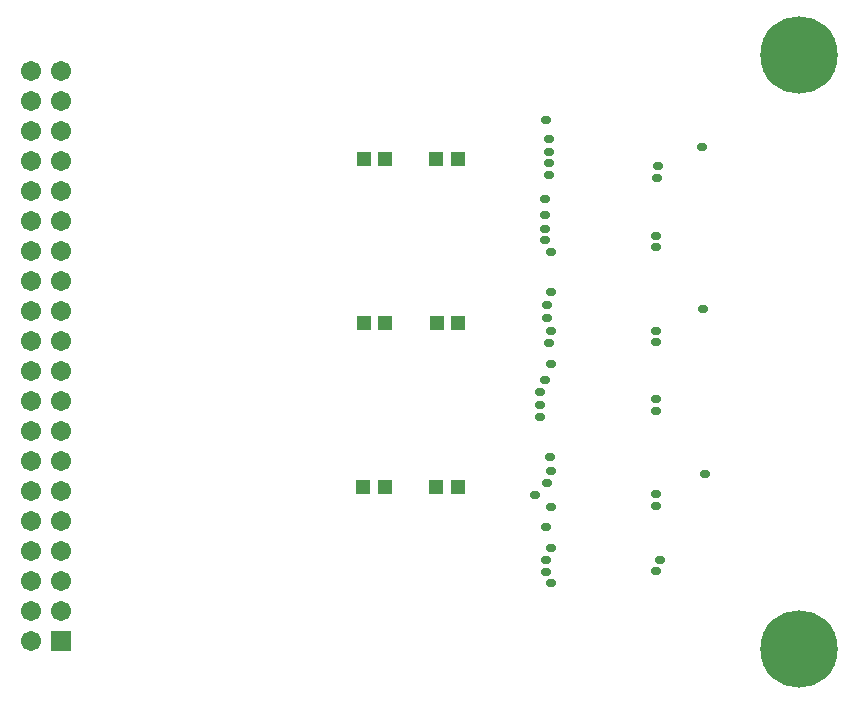
<source format=gbs>
G04 Layer_Color=16711935*
%FSAX24Y24*%
%MOIN*%
G70*
G01*
G75*
G04:AMPARAMS|DCode=24|XSize=32mil|YSize=28mil|CornerRadius=7mil|HoleSize=0mil|Usage=FLASHONLY|Rotation=0.000|XOffset=0mil|YOffset=0mil|HoleType=Round|Shape=RoundedRectangle|*
%AMROUNDEDRECTD24*
21,1,0.0320,0.0140,0,0,0.0*
21,1,0.0180,0.0280,0,0,0.0*
1,1,0.0140,0.0090,-0.0070*
1,1,0.0140,-0.0090,-0.0070*
1,1,0.0140,-0.0090,0.0070*
1,1,0.0140,0.0090,0.0070*
%
%ADD24ROUNDEDRECTD24*%
%ADD33R,0.0454X0.0474*%
%ADD38C,0.2580*%
%ADD39C,0.0671*%
%ADD40R,0.0671X0.0671*%
D24*
X032410Y033489D02*
D03*
D03*
D03*
X032020Y028000D02*
D03*
D03*
D03*
X032406Y022449D02*
D03*
D03*
D03*
X032210Y033880D02*
D03*
D03*
D03*
X032020Y028390D02*
D03*
D03*
D03*
X032236Y022835D02*
D03*
D03*
D03*
X032200Y034270D02*
D03*
D03*
D03*
X032030Y028830D02*
D03*
D03*
D03*
X032240Y023220D02*
D03*
D03*
D03*
X032210Y034720D02*
D03*
D03*
D03*
X032200Y029230D02*
D03*
D03*
D03*
X032406Y023607D02*
D03*
D03*
D03*
X032200Y035270D02*
D03*
D03*
D03*
X032413Y029765D02*
D03*
D03*
D03*
X032246Y024305D02*
D03*
D03*
D03*
X032320Y036059D02*
D03*
D03*
D03*
Y030450D02*
D03*
D03*
D03*
X032406Y024999D02*
D03*
D03*
D03*
X032320Y036440D02*
D03*
D03*
D03*
X032411Y030865D02*
D03*
D03*
D03*
X031854Y025385D02*
D03*
D03*
D03*
X032320Y036830D02*
D03*
D03*
D03*
X032270Y031290D02*
D03*
D03*
D03*
X032280Y025780D02*
D03*
D03*
D03*
X032320Y037240D02*
D03*
D03*
D03*
X032250Y031720D02*
D03*
D03*
D03*
X032406Y026177D02*
D03*
D03*
D03*
X032220Y037900D02*
D03*
D03*
D03*
X032413Y032145D02*
D03*
D03*
D03*
X032360Y026665D02*
D03*
D03*
D03*
X035910Y033650D02*
D03*
D03*
D03*
X035893Y028189D02*
D03*
D03*
D03*
X035886Y022839D02*
D03*
D03*
D03*
X035890Y034035D02*
D03*
D03*
D03*
X035893Y028575D02*
D03*
D03*
D03*
X036026Y023225D02*
D03*
D03*
D03*
X037420Y036990D02*
D03*
D03*
D03*
X037480Y031580D02*
D03*
D03*
D03*
X037520Y026100D02*
D03*
D03*
D03*
X035940Y035950D02*
D03*
D03*
D03*
X035893Y030479D02*
D03*
D03*
D03*
X035886Y025019D02*
D03*
D03*
D03*
X035970Y036340D02*
D03*
D03*
D03*
X035893Y030865D02*
D03*
D03*
D03*
X035886Y025405D02*
D03*
D03*
D03*
D33*
X028580Y036590D02*
D03*
X029289D02*
D03*
X028583Y031130D02*
D03*
X029292D02*
D03*
X028576Y025650D02*
D03*
X029284D02*
D03*
X026150Y036590D02*
D03*
X026859D02*
D03*
X026153Y031130D02*
D03*
X026862D02*
D03*
X026146Y025650D02*
D03*
X026854D02*
D03*
D38*
X040680Y020270D02*
D03*
Y040060D02*
D03*
D39*
X015050Y020510D02*
D03*
Y021510D02*
D03*
Y022510D02*
D03*
Y029510D02*
D03*
Y023510D02*
D03*
Y024510D02*
D03*
Y027510D02*
D03*
Y028510D02*
D03*
Y032510D02*
D03*
Y030510D02*
D03*
Y031510D02*
D03*
Y033510D02*
D03*
Y034510D02*
D03*
Y037510D02*
D03*
Y035510D02*
D03*
Y036510D02*
D03*
Y038510D02*
D03*
Y039510D02*
D03*
X016050Y021510D02*
D03*
X015050Y026510D02*
D03*
X016050Y022510D02*
D03*
X015050Y025510D02*
D03*
X016050D02*
D03*
Y023510D02*
D03*
Y024510D02*
D03*
Y026510D02*
D03*
Y027510D02*
D03*
Y037510D02*
D03*
Y035510D02*
D03*
Y036510D02*
D03*
Y038510D02*
D03*
Y039510D02*
D03*
Y030510D02*
D03*
Y028510D02*
D03*
Y029510D02*
D03*
Y033510D02*
D03*
Y034510D02*
D03*
Y031510D02*
D03*
Y032510D02*
D03*
D40*
Y020510D02*
D03*
M02*

</source>
